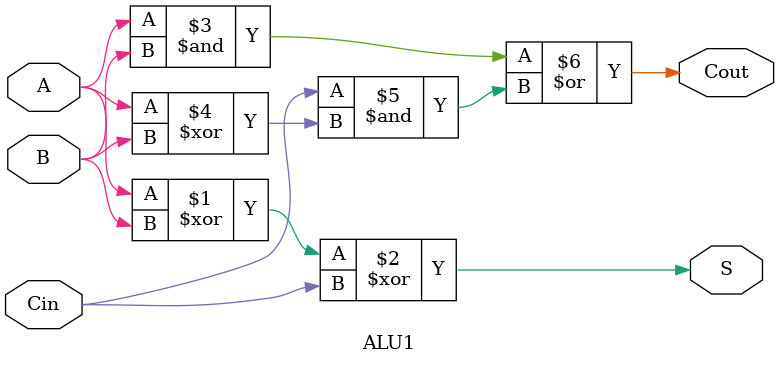
<source format=v>
module ALU1 (A, B, Cin, S, Cout);
    input A,B,Cin;
    output S,Cout;

    assign S = A ^ B ^ Cin;
    assign Cout = (A & B) | (Cin & (A ^ B ));
endmodule

// module 1ALU #(
//     input wire [7:0] op_decode,
//     input A,
//     input B,
//     input C_in,
//     output X,
//     output C_out,
// );
// //mode 
// // 0x00 : 000 : +
// // 0x01 : 001 : -
// // 0x02 : 010 : &
// // 0x03 : 011 : |
// // 0x04 : 100 : ^ 
// // 0x05 : 101 : <<
// // 0x06 : 110 : >>
// // 0x07 : 111 : not ~

// // nand = ~ A & B
// // nor = ~ A | B
// // xor = A ^ B
   
// endmodule



</source>
